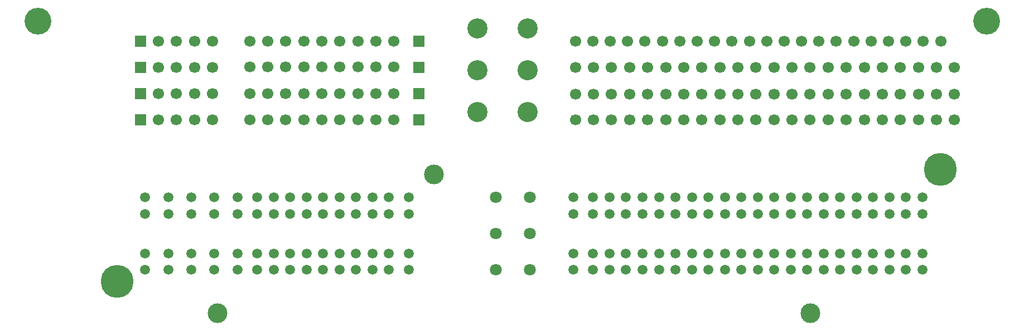
<source format=gbs>
G04 #@! TF.GenerationSoftware,KiCad,Pcbnew,7.0.6-7.0.6~ubuntu22.04.1*
G04 #@! TF.CreationDate,2023-07-22T04:40:45+00:00*
G04 #@! TF.ProjectId,284617-1,32383436-3137-42d3-912e-6b696361645f,R0.4*
G04 #@! TF.SameCoordinates,PX47868c0PY8bfd670*
G04 #@! TF.FileFunction,Soldermask,Bot*
G04 #@! TF.FilePolarity,Negative*
%FSLAX46Y46*%
G04 Gerber Fmt 4.6, Leading zero omitted, Abs format (unit mm)*
G04 Created by KiCad (PCBNEW 7.0.6-7.0.6~ubuntu22.04.1) date 2023-07-22 04:40:45*
%MOMM*%
%LPD*%
G01*
G04 APERTURE LIST*
%ADD10C,1.700000*%
%ADD11R,1.700000X1.700000*%
%ADD12C,3.064000*%
%ADD13C,4.064000*%
%ADD14C,5.000000*%
%ADD15C,3.000000*%
%ADD16C,1.500000*%
%ADD17C,1.800000*%
G04 APERTURE END LIST*
D10*
G04 #@! TO.C,P7*
X35160000Y45790000D03*
X37900000Y45790000D03*
X40640000Y45790000D03*
X43380000Y45790000D03*
X46120000Y45790000D03*
X48860000Y45790000D03*
X51600000Y45790000D03*
X54340000Y45790000D03*
X57080000Y45790000D03*
G04 #@! TD*
G04 #@! TO.C,P9*
X35160000Y41890000D03*
X37900000Y41890000D03*
X40640000Y41890000D03*
X43380000Y41890000D03*
X46120000Y41890000D03*
X48860000Y41890000D03*
X51600000Y41890000D03*
X54340000Y41890000D03*
X57080000Y41890000D03*
G04 #@! TD*
G04 #@! TO.C,P11*
X35160000Y37790000D03*
X37900000Y37790000D03*
X40640000Y37790000D03*
X43380000Y37790000D03*
X46120000Y37790000D03*
X48860000Y37790000D03*
X51600000Y37790000D03*
X54340000Y37790000D03*
X57080000Y37790000D03*
G04 #@! TD*
G04 #@! TO.C,P13*
X35160000Y33790000D03*
X37900000Y33790000D03*
X40640000Y33790000D03*
X43380000Y33790000D03*
X46120000Y33790000D03*
X48860000Y33790000D03*
X51600000Y33790000D03*
X54340000Y33790000D03*
X57080000Y33790000D03*
G04 #@! TD*
D11*
G04 #@! TO.C,P6*
X18580000Y45790000D03*
D10*
X21320000Y45790000D03*
X24060000Y45790000D03*
X26800000Y45790000D03*
X29540000Y45790000D03*
G04 #@! TD*
D11*
G04 #@! TO.C,P8*
X18580000Y41790000D03*
D10*
X21320000Y41790000D03*
X24060000Y41790000D03*
X26800000Y41790000D03*
X29540000Y41790000D03*
G04 #@! TD*
D11*
G04 #@! TO.C,P10*
X18580000Y37790000D03*
D10*
X21320000Y37790000D03*
X24060000Y37790000D03*
X26800000Y37790000D03*
X29540000Y37790000D03*
G04 #@! TD*
D11*
G04 #@! TO.C,P12*
X18580000Y33790000D03*
D10*
X21320000Y33790000D03*
X24060000Y33790000D03*
X26800000Y33790000D03*
X29540000Y33790000D03*
G04 #@! TD*
D12*
G04 #@! TO.C,P18*
X69780000Y47730000D03*
G04 #@! TD*
G04 #@! TO.C,P19*
X77400000Y47730000D03*
G04 #@! TD*
G04 #@! TO.C,P20*
X69780000Y41380000D03*
G04 #@! TD*
G04 #@! TO.C,P21*
X77400000Y41380000D03*
G04 #@! TD*
G04 #@! TO.C,P22*
X69780000Y35030000D03*
G04 #@! TD*
G04 #@! TO.C,P23*
X77400000Y35030000D03*
G04 #@! TD*
D11*
G04 #@! TO.C,P5*
X60890000Y33790000D03*
G04 #@! TD*
G04 #@! TO.C,P4*
X60890000Y37790000D03*
G04 #@! TD*
G04 #@! TO.C,P3*
X60890000Y41790000D03*
G04 #@! TD*
G04 #@! TO.C,P2*
X60890000Y45790000D03*
G04 #@! TD*
D10*
G04 #@! TO.C,P14*
X84620000Y45760000D03*
X87260000Y45760000D03*
X89900000Y45760000D03*
X92540000Y45760000D03*
X95180000Y45760000D03*
X97820000Y45760000D03*
X100460000Y45760000D03*
X103100000Y45760000D03*
X105740000Y45760000D03*
X108380000Y45760000D03*
X111020000Y45760000D03*
X113660000Y45760000D03*
X116300000Y45760000D03*
X118940000Y45760000D03*
X121580000Y45760000D03*
X124220000Y45760000D03*
X126860000Y45760000D03*
X129500000Y45760000D03*
X132140000Y45760000D03*
X134780000Y45760000D03*
X137420000Y45760000D03*
X140060000Y45760000D03*
G04 #@! TD*
G04 #@! TO.C,P17*
X84620000Y33790000D03*
X87360000Y33790000D03*
X90100000Y33790000D03*
X92840000Y33790000D03*
X95580000Y33790000D03*
X98320000Y33790000D03*
X101060000Y33790000D03*
X103800000Y33790000D03*
X106540000Y33790000D03*
X109280000Y33790000D03*
X112020000Y33790000D03*
X114760000Y33790000D03*
X117500000Y33790000D03*
X120240000Y33790000D03*
X122980000Y33790000D03*
X125720000Y33790000D03*
X128460000Y33790000D03*
X131200000Y33790000D03*
X133940000Y33790000D03*
X136680000Y33790000D03*
X139420000Y33790000D03*
X142160000Y33790000D03*
G04 #@! TD*
G04 #@! TO.C,P16*
X84620000Y37760000D03*
X87360000Y37760000D03*
X90100000Y37760000D03*
X92840000Y37760000D03*
X95580000Y37760000D03*
X98320000Y37760000D03*
X101060000Y37760000D03*
X103800000Y37760000D03*
X106540000Y37760000D03*
X109280000Y37760000D03*
X112020000Y37760000D03*
X114760000Y37760000D03*
X117500000Y37760000D03*
X120240000Y37760000D03*
X122980000Y37760000D03*
X125720000Y37760000D03*
X128460000Y37760000D03*
X131200000Y37760000D03*
X133940000Y37760000D03*
X136680000Y37760000D03*
X139420000Y37760000D03*
X142160000Y37760000D03*
G04 #@! TD*
G04 #@! TO.C,P15*
X84620000Y41790000D03*
X87360000Y41790000D03*
X90100000Y41790000D03*
X92840000Y41790000D03*
X95580000Y41790000D03*
X98320000Y41790000D03*
X101060000Y41790000D03*
X103800000Y41790000D03*
X106540000Y41790000D03*
X109280000Y41790000D03*
X112020000Y41790000D03*
X114760000Y41790000D03*
X117500000Y41790000D03*
X120240000Y41790000D03*
X122980000Y41790000D03*
X125720000Y41790000D03*
X128460000Y41790000D03*
X131200000Y41790000D03*
X133940000Y41790000D03*
X136680000Y41790000D03*
X139420000Y41790000D03*
X142160000Y41790000D03*
G04 #@! TD*
D13*
G04 #@! TO.C,P25*
X3000000Y48790000D03*
G04 #@! TD*
G04 #@! TO.C,P24*
X147000000Y48790000D03*
G04 #@! TD*
D14*
G04 #@! TO.C,P1*
X15050000Y9290000D03*
D15*
X30300000Y4440000D03*
X63100000Y25540000D03*
X120300000Y4440000D03*
D14*
X140050000Y26290000D03*
D16*
X19300000Y11040000D03*
X22800000Y11040000D03*
X26300000Y11040000D03*
X29800000Y11040000D03*
X33300000Y11040000D03*
X36300000Y11040000D03*
X38800000Y11040000D03*
X41300000Y11040000D03*
X43800000Y11040000D03*
X46300000Y11040000D03*
X48800000Y11040000D03*
X51300000Y11040000D03*
X53800000Y11040000D03*
X56300000Y11040000D03*
X59300000Y11040000D03*
X19300000Y13540000D03*
X22800000Y13540000D03*
X26300000Y13540000D03*
X29800000Y13540000D03*
X33300000Y13540000D03*
X36300000Y13540000D03*
X38800000Y13540000D03*
X41300000Y13540000D03*
X43800000Y13540000D03*
X46300000Y13540000D03*
X48800000Y13540000D03*
X51300000Y13540000D03*
X53800000Y13540000D03*
X56300000Y13540000D03*
X59300000Y13540000D03*
X19300000Y19540000D03*
X22800000Y19540000D03*
X26300000Y19540000D03*
X29800000Y19540000D03*
X33300000Y19540000D03*
X36300000Y19540000D03*
X38800000Y19540000D03*
X41300000Y19540000D03*
X43800000Y19540000D03*
X46300000Y19540000D03*
X48800000Y19540000D03*
X51300000Y19540000D03*
X53800000Y19540000D03*
X56300000Y19540000D03*
X59300000Y19540000D03*
X19300000Y22040000D03*
X22800000Y22040000D03*
X26300000Y22040000D03*
X29800000Y22040000D03*
X33300000Y22040000D03*
X36300000Y22040000D03*
X38800000Y22040000D03*
X41300000Y22040000D03*
X43800000Y22040000D03*
X46300000Y22040000D03*
X48800000Y22040000D03*
X51300000Y22040000D03*
X53800000Y22040000D03*
X56300000Y22040000D03*
X59300000Y22040000D03*
D17*
X72500000Y11040000D03*
X77700000Y11040000D03*
X72500000Y16540000D03*
X77700000Y16540000D03*
X72500000Y22040000D03*
X77700000Y22040000D03*
D16*
X84300000Y11040000D03*
X87300000Y11040000D03*
X89800000Y11040000D03*
X92300000Y11040000D03*
X94800000Y11040000D03*
X97300000Y11040000D03*
X99800000Y11040000D03*
X102300000Y11040000D03*
X104800000Y11040000D03*
X107300000Y11040000D03*
X109800000Y11040000D03*
X112300000Y11040000D03*
X114800000Y11040000D03*
X117300000Y11040000D03*
X119800000Y11040000D03*
X122300000Y11040000D03*
X124800000Y11040000D03*
X127300000Y11040000D03*
X129800000Y11040000D03*
X132300000Y11040000D03*
X134800000Y11040000D03*
X137300000Y11040000D03*
X84300000Y13540000D03*
X87300000Y13540000D03*
X89800000Y13540000D03*
X92300000Y13540000D03*
X94800000Y13540000D03*
X97300000Y13540000D03*
X99800000Y13540000D03*
X102300000Y13540000D03*
X104800000Y13540000D03*
X107300000Y13540000D03*
X109800000Y13540000D03*
X112300000Y13540000D03*
X114800000Y13540000D03*
X117300000Y13540000D03*
X119800000Y13540000D03*
X122300000Y13540000D03*
X124800000Y13540000D03*
X127300000Y13540000D03*
X129800000Y13540000D03*
X132300000Y13540000D03*
X134800000Y13540000D03*
X137300000Y13540000D03*
X84300000Y19540000D03*
X87300000Y19540000D03*
X89800000Y19540000D03*
X92300000Y19540000D03*
X94800000Y19540000D03*
X97300000Y19540000D03*
X99800000Y19540000D03*
X102300000Y19540000D03*
X104800000Y19540000D03*
X107300000Y19540000D03*
X109800000Y19540000D03*
X112300000Y19540000D03*
X114800000Y19540000D03*
X117300000Y19540000D03*
X119800000Y19540000D03*
X122300000Y19540000D03*
X124800000Y19540000D03*
X127300000Y19540000D03*
X129800000Y19540000D03*
X132300000Y19540000D03*
X134800000Y19540000D03*
X137300000Y19540000D03*
X84300000Y22040000D03*
X87300000Y22040000D03*
X89800000Y22040000D03*
X92300000Y22040000D03*
X94800000Y22040000D03*
X97300000Y22040000D03*
X99800000Y22040000D03*
X102300000Y22040000D03*
X104800000Y22040000D03*
X107300000Y22040000D03*
X109800000Y22040000D03*
X112300000Y22040000D03*
X114800000Y22040000D03*
X117300000Y22040000D03*
X119800000Y22040000D03*
X122300000Y22040000D03*
X124800000Y22040000D03*
X127300000Y22040000D03*
X129800000Y22040000D03*
X132300000Y22040000D03*
X134800000Y22040000D03*
X137300000Y22040000D03*
G04 #@! TD*
M02*

</source>
